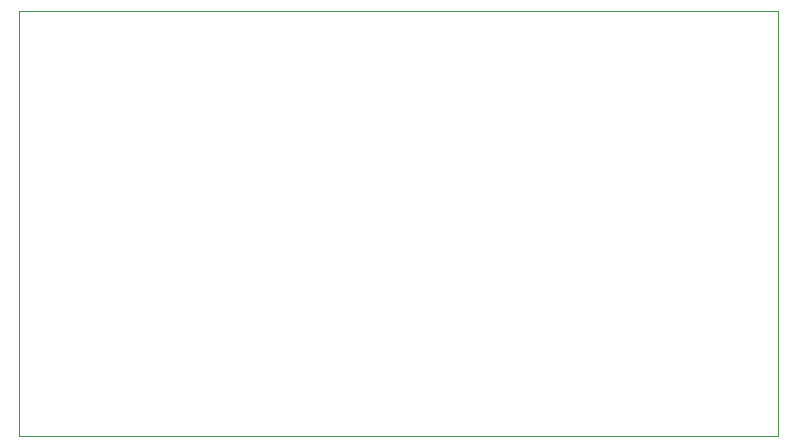
<source format=gbr>
G04 Layer_Color=0*
%FSLAX43Y43*%
%MOMM*%
%TF.FileFunction,Profile,NP*%
%TF.Part,Single*%
G01*
G75*
%TA.AperFunction,Profile*%
%ADD56C,0.025*%
D56*
X0Y0D02*
Y36000D01*
X64262D01*
Y0D01*
X0D01*
%TF.MD5,aa30bfff5f3d0807aaa521234a2595d0*%
M02*

</source>
